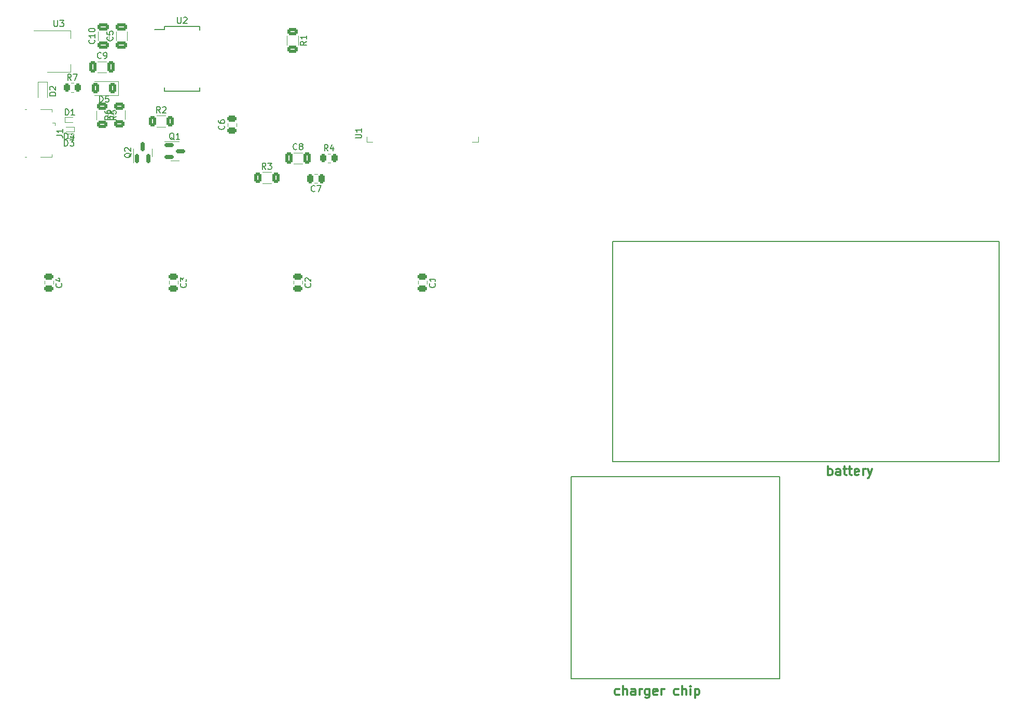
<source format=gto>
G04 #@! TF.GenerationSoftware,KiCad,Pcbnew,(6.0.7)*
G04 #@! TF.CreationDate,2022-09-30T23:13:53-04:00*
G04 #@! TF.ProjectId,SH_controller_p,53485f63-6f6e-4747-926f-6c6c65725f70,rev?*
G04 #@! TF.SameCoordinates,Original*
G04 #@! TF.FileFunction,Legend,Top*
G04 #@! TF.FilePolarity,Positive*
%FSLAX46Y46*%
G04 Gerber Fmt 4.6, Leading zero omitted, Abs format (unit mm)*
G04 Created by KiCad (PCBNEW (6.0.7)) date 2022-09-30 23:13:53*
%MOMM*%
%LPD*%
G01*
G04 APERTURE LIST*
G04 Aperture macros list*
%AMRoundRect*
0 Rectangle with rounded corners*
0 $1 Rounding radius*
0 $2 $3 $4 $5 $6 $7 $8 $9 X,Y pos of 4 corners*
0 Add a 4 corners polygon primitive as box body*
4,1,4,$2,$3,$4,$5,$6,$7,$8,$9,$2,$3,0*
0 Add four circle primitives for the rounded corners*
1,1,$1+$1,$2,$3*
1,1,$1+$1,$4,$5*
1,1,$1+$1,$6,$7*
1,1,$1+$1,$8,$9*
0 Add four rect primitives between the rounded corners*
20,1,$1+$1,$2,$3,$4,$5,0*
20,1,$1+$1,$4,$5,$6,$7,0*
20,1,$1+$1,$6,$7,$8,$9,0*
20,1,$1+$1,$8,$9,$2,$3,0*%
G04 Aperture macros list end*
%ADD10C,0.200000*%
%ADD11C,0.300000*%
%ADD12C,0.150000*%
%ADD13C,0.120000*%
%ADD14R,2.000000X0.900000*%
%ADD15R,0.900000X2.000000*%
%ADD16R,5.000000X5.000000*%
%ADD17RoundRect,0.250000X-0.262500X-0.450000X0.262500X-0.450000X0.262500X0.450000X-0.262500X0.450000X0*%
%ADD18C,1.800000*%
%ADD19R,0.360000X0.250000*%
%ADD20RoundRect,0.250000X-0.475000X0.250000X-0.475000X-0.250000X0.475000X-0.250000X0.475000X0.250000X0*%
%ADD21R,1.000000X0.800000*%
%ADD22RoundRect,0.250000X-0.312500X-0.625000X0.312500X-0.625000X0.312500X0.625000X-0.312500X0.625000X0*%
%ADD23R,2.000000X1.500000*%
%ADD24R,2.000000X3.800000*%
%ADD25RoundRect,0.250000X0.375000X0.625000X-0.375000X0.625000X-0.375000X-0.625000X0.375000X-0.625000X0*%
%ADD26RoundRect,0.250000X0.650000X-0.325000X0.650000X0.325000X-0.650000X0.325000X-0.650000X-0.325000X0*%
%ADD27RoundRect,0.250000X0.475000X-0.250000X0.475000X0.250000X-0.475000X0.250000X-0.475000X-0.250000X0*%
%ADD28RoundRect,0.250000X-0.625000X0.312500X-0.625000X-0.312500X0.625000X-0.312500X0.625000X0.312500X0*%
%ADD29RoundRect,0.150000X-0.587500X-0.150000X0.587500X-0.150000X0.587500X0.150000X-0.587500X0.150000X0*%
%ADD30RoundRect,0.150000X0.150000X-0.587500X0.150000X0.587500X-0.150000X0.587500X-0.150000X-0.587500X0*%
%ADD31R,1.750000X0.450000*%
%ADD32RoundRect,0.250000X-0.325000X-0.650000X0.325000X-0.650000X0.325000X0.650000X-0.325000X0.650000X0*%
%ADD33RoundRect,0.250000X0.625000X-0.312500X0.625000X0.312500X-0.625000X0.312500X-0.625000X-0.312500X0*%
%ADD34R,1.350000X0.400000*%
%ADD35C,1.450000*%
%ADD36O,1.900000X1.200000*%
%ADD37R,1.900000X1.500000*%
%ADD38R,1.900000X1.200000*%
%ADD39RoundRect,0.250000X0.250000X0.475000X-0.250000X0.475000X-0.250000X-0.475000X0.250000X-0.475000X0*%
%ADD40C,4.000000*%
%ADD41C,2.200000*%
G04 APERTURE END LIST*
D10*
X164000000Y-113000000D02*
X198000000Y-113000000D01*
X198000000Y-113000000D02*
X198000000Y-146000000D01*
X198000000Y-146000000D02*
X164000000Y-146000000D01*
X164000000Y-146000000D02*
X164000000Y-113000000D01*
X170790000Y-74520000D02*
X233790000Y-74520000D01*
X233790000Y-74520000D02*
X233790000Y-110520000D01*
X233790000Y-110520000D02*
X170790000Y-110520000D01*
X170790000Y-110520000D02*
X170790000Y-74520000D01*
D11*
X171821428Y-148607142D02*
X171678571Y-148678571D01*
X171392857Y-148678571D01*
X171250000Y-148607142D01*
X171178571Y-148535714D01*
X171107142Y-148392857D01*
X171107142Y-147964285D01*
X171178571Y-147821428D01*
X171250000Y-147750000D01*
X171392857Y-147678571D01*
X171678571Y-147678571D01*
X171821428Y-147750000D01*
X172464285Y-148678571D02*
X172464285Y-147178571D01*
X173107142Y-148678571D02*
X173107142Y-147892857D01*
X173035714Y-147750000D01*
X172892857Y-147678571D01*
X172678571Y-147678571D01*
X172535714Y-147750000D01*
X172464285Y-147821428D01*
X174464285Y-148678571D02*
X174464285Y-147892857D01*
X174392857Y-147750000D01*
X174250000Y-147678571D01*
X173964285Y-147678571D01*
X173821428Y-147750000D01*
X174464285Y-148607142D02*
X174321428Y-148678571D01*
X173964285Y-148678571D01*
X173821428Y-148607142D01*
X173750000Y-148464285D01*
X173750000Y-148321428D01*
X173821428Y-148178571D01*
X173964285Y-148107142D01*
X174321428Y-148107142D01*
X174464285Y-148035714D01*
X175178571Y-148678571D02*
X175178571Y-147678571D01*
X175178571Y-147964285D02*
X175250000Y-147821428D01*
X175321428Y-147750000D01*
X175464285Y-147678571D01*
X175607142Y-147678571D01*
X176750000Y-147678571D02*
X176750000Y-148892857D01*
X176678571Y-149035714D01*
X176607142Y-149107142D01*
X176464285Y-149178571D01*
X176250000Y-149178571D01*
X176107142Y-149107142D01*
X176750000Y-148607142D02*
X176607142Y-148678571D01*
X176321428Y-148678571D01*
X176178571Y-148607142D01*
X176107142Y-148535714D01*
X176035714Y-148392857D01*
X176035714Y-147964285D01*
X176107142Y-147821428D01*
X176178571Y-147750000D01*
X176321428Y-147678571D01*
X176607142Y-147678571D01*
X176750000Y-147750000D01*
X178035714Y-148607142D02*
X177892857Y-148678571D01*
X177607142Y-148678571D01*
X177464285Y-148607142D01*
X177392857Y-148464285D01*
X177392857Y-147892857D01*
X177464285Y-147750000D01*
X177607142Y-147678571D01*
X177892857Y-147678571D01*
X178035714Y-147750000D01*
X178107142Y-147892857D01*
X178107142Y-148035714D01*
X177392857Y-148178571D01*
X178750000Y-148678571D02*
X178750000Y-147678571D01*
X178750000Y-147964285D02*
X178821428Y-147821428D01*
X178892857Y-147750000D01*
X179035714Y-147678571D01*
X179178571Y-147678571D01*
X181464285Y-148607142D02*
X181321428Y-148678571D01*
X181035714Y-148678571D01*
X180892857Y-148607142D01*
X180821428Y-148535714D01*
X180750000Y-148392857D01*
X180750000Y-147964285D01*
X180821428Y-147821428D01*
X180892857Y-147750000D01*
X181035714Y-147678571D01*
X181321428Y-147678571D01*
X181464285Y-147750000D01*
X182107142Y-148678571D02*
X182107142Y-147178571D01*
X182750000Y-148678571D02*
X182750000Y-147892857D01*
X182678571Y-147750000D01*
X182535714Y-147678571D01*
X182321428Y-147678571D01*
X182178571Y-147750000D01*
X182107142Y-147821428D01*
X183464285Y-148678571D02*
X183464285Y-147678571D01*
X183464285Y-147178571D02*
X183392857Y-147250000D01*
X183464285Y-147321428D01*
X183535714Y-147250000D01*
X183464285Y-147178571D01*
X183464285Y-147321428D01*
X184178571Y-147678571D02*
X184178571Y-149178571D01*
X184178571Y-147750000D02*
X184321428Y-147678571D01*
X184607142Y-147678571D01*
X184750000Y-147750000D01*
X184821428Y-147821428D01*
X184892857Y-147964285D01*
X184892857Y-148392857D01*
X184821428Y-148535714D01*
X184750000Y-148607142D01*
X184607142Y-148678571D01*
X184321428Y-148678571D01*
X184178571Y-148607142D01*
X205894285Y-112768571D02*
X205894285Y-111268571D01*
X205894285Y-111840000D02*
X206037142Y-111768571D01*
X206322857Y-111768571D01*
X206465714Y-111840000D01*
X206537142Y-111911428D01*
X206608571Y-112054285D01*
X206608571Y-112482857D01*
X206537142Y-112625714D01*
X206465714Y-112697142D01*
X206322857Y-112768571D01*
X206037142Y-112768571D01*
X205894285Y-112697142D01*
X207894285Y-112768571D02*
X207894285Y-111982857D01*
X207822857Y-111840000D01*
X207680000Y-111768571D01*
X207394285Y-111768571D01*
X207251428Y-111840000D01*
X207894285Y-112697142D02*
X207751428Y-112768571D01*
X207394285Y-112768571D01*
X207251428Y-112697142D01*
X207180000Y-112554285D01*
X207180000Y-112411428D01*
X207251428Y-112268571D01*
X207394285Y-112197142D01*
X207751428Y-112197142D01*
X207894285Y-112125714D01*
X208394285Y-111768571D02*
X208965714Y-111768571D01*
X208608571Y-111268571D02*
X208608571Y-112554285D01*
X208680000Y-112697142D01*
X208822857Y-112768571D01*
X208965714Y-112768571D01*
X209251428Y-111768571D02*
X209822857Y-111768571D01*
X209465714Y-111268571D02*
X209465714Y-112554285D01*
X209537142Y-112697142D01*
X209680000Y-112768571D01*
X209822857Y-112768571D01*
X210894285Y-112697142D02*
X210751428Y-112768571D01*
X210465714Y-112768571D01*
X210322857Y-112697142D01*
X210251428Y-112554285D01*
X210251428Y-111982857D01*
X210322857Y-111840000D01*
X210465714Y-111768571D01*
X210751428Y-111768571D01*
X210894285Y-111840000D01*
X210965714Y-111982857D01*
X210965714Y-112125714D01*
X210251428Y-112268571D01*
X211608571Y-112768571D02*
X211608571Y-111768571D01*
X211608571Y-112054285D02*
X211680000Y-111911428D01*
X211751428Y-111840000D01*
X211894285Y-111768571D01*
X212037142Y-111768571D01*
X212394285Y-111768571D02*
X212751428Y-112768571D01*
X213108571Y-111768571D02*
X212751428Y-112768571D01*
X212608571Y-113125714D01*
X212537142Y-113197142D01*
X212394285Y-113268571D01*
D12*
X128762380Y-57661904D02*
X129571904Y-57661904D01*
X129667142Y-57614285D01*
X129714761Y-57566666D01*
X129762380Y-57471428D01*
X129762380Y-57280952D01*
X129714761Y-57185714D01*
X129667142Y-57138095D01*
X129571904Y-57090476D01*
X128762380Y-57090476D01*
X129762380Y-56090476D02*
X129762380Y-56661904D01*
X129762380Y-56376190D02*
X128762380Y-56376190D01*
X128905238Y-56471428D01*
X129000476Y-56566666D01*
X129048095Y-56661904D01*
X124293333Y-59762380D02*
X123960000Y-59286190D01*
X123721904Y-59762380D02*
X123721904Y-58762380D01*
X124102857Y-58762380D01*
X124198095Y-58810000D01*
X124245714Y-58857619D01*
X124293333Y-58952857D01*
X124293333Y-59095714D01*
X124245714Y-59190952D01*
X124198095Y-59238571D01*
X124102857Y-59286190D01*
X123721904Y-59286190D01*
X125150476Y-59095714D02*
X125150476Y-59762380D01*
X124912380Y-58714761D02*
X124674285Y-59429047D01*
X125293333Y-59429047D01*
X81414404Y-53922380D02*
X81414404Y-52922380D01*
X81652500Y-52922380D01*
X81795357Y-52970000D01*
X81890595Y-53065238D01*
X81938214Y-53160476D01*
X81985833Y-53350952D01*
X81985833Y-53493809D01*
X81938214Y-53684285D01*
X81890595Y-53779523D01*
X81795357Y-53874761D01*
X81652500Y-53922380D01*
X81414404Y-53922380D01*
X82938214Y-53922380D02*
X82366785Y-53922380D01*
X82652500Y-53922380D02*
X82652500Y-52922380D01*
X82557261Y-53065238D01*
X82462023Y-53160476D01*
X82366785Y-53208095D01*
X141737142Y-81446666D02*
X141784761Y-81494285D01*
X141832380Y-81637142D01*
X141832380Y-81732380D01*
X141784761Y-81875238D01*
X141689523Y-81970476D01*
X141594285Y-82018095D01*
X141403809Y-82065714D01*
X141260952Y-82065714D01*
X141070476Y-82018095D01*
X140975238Y-81970476D01*
X140880000Y-81875238D01*
X140832380Y-81732380D01*
X140832380Y-81637142D01*
X140880000Y-81494285D01*
X140927619Y-81446666D01*
X141832380Y-80494285D02*
X141832380Y-81065714D01*
X141832380Y-80780000D02*
X140832380Y-80780000D01*
X140975238Y-80875238D01*
X141070476Y-80970476D01*
X141118095Y-81065714D01*
X79852380Y-50738095D02*
X78852380Y-50738095D01*
X78852380Y-50500000D01*
X78900000Y-50357142D01*
X78995238Y-50261904D01*
X79090476Y-50214285D01*
X79280952Y-50166666D01*
X79423809Y-50166666D01*
X79614285Y-50214285D01*
X79709523Y-50261904D01*
X79804761Y-50357142D01*
X79852380Y-50500000D01*
X79852380Y-50738095D01*
X78947619Y-49785714D02*
X78900000Y-49738095D01*
X78852380Y-49642857D01*
X78852380Y-49404761D01*
X78900000Y-49309523D01*
X78947619Y-49261904D01*
X79042857Y-49214285D01*
X79138095Y-49214285D01*
X79280952Y-49261904D01*
X79852380Y-49833333D01*
X79852380Y-49214285D01*
X96913333Y-53562380D02*
X96580000Y-53086190D01*
X96341904Y-53562380D02*
X96341904Y-52562380D01*
X96722857Y-52562380D01*
X96818095Y-52610000D01*
X96865714Y-52657619D01*
X96913333Y-52752857D01*
X96913333Y-52895714D01*
X96865714Y-52990952D01*
X96818095Y-53038571D01*
X96722857Y-53086190D01*
X96341904Y-53086190D01*
X97294285Y-52657619D02*
X97341904Y-52610000D01*
X97437142Y-52562380D01*
X97675238Y-52562380D01*
X97770476Y-52610000D01*
X97818095Y-52657619D01*
X97865714Y-52752857D01*
X97865714Y-52848095D01*
X97818095Y-52990952D01*
X97246666Y-53562380D01*
X97865714Y-53562380D01*
X79578095Y-38442380D02*
X79578095Y-39251904D01*
X79625714Y-39347142D01*
X79673333Y-39394761D01*
X79768571Y-39442380D01*
X79959047Y-39442380D01*
X80054285Y-39394761D01*
X80101904Y-39347142D01*
X80149523Y-39251904D01*
X80149523Y-38442380D01*
X80530476Y-38442380D02*
X81149523Y-38442380D01*
X80816190Y-38823333D01*
X80959047Y-38823333D01*
X81054285Y-38870952D01*
X81101904Y-38918571D01*
X81149523Y-39013809D01*
X81149523Y-39251904D01*
X81101904Y-39347142D01*
X81054285Y-39394761D01*
X80959047Y-39442380D01*
X80673333Y-39442380D01*
X80578095Y-39394761D01*
X80530476Y-39347142D01*
X101097142Y-81446666D02*
X101144761Y-81494285D01*
X101192380Y-81637142D01*
X101192380Y-81732380D01*
X101144761Y-81875238D01*
X101049523Y-81970476D01*
X100954285Y-82018095D01*
X100763809Y-82065714D01*
X100620952Y-82065714D01*
X100430476Y-82018095D01*
X100335238Y-81970476D01*
X100240000Y-81875238D01*
X100192380Y-81732380D01*
X100192380Y-81637142D01*
X100240000Y-81494285D01*
X100287619Y-81446666D01*
X100192380Y-81113333D02*
X100192380Y-80494285D01*
X100573333Y-80827619D01*
X100573333Y-80684761D01*
X100620952Y-80589523D01*
X100668571Y-80541904D01*
X100763809Y-80494285D01*
X101001904Y-80494285D01*
X101097142Y-80541904D01*
X101144761Y-80589523D01*
X101192380Y-80684761D01*
X101192380Y-80970476D01*
X101144761Y-81065714D01*
X101097142Y-81113333D01*
X121417142Y-81446666D02*
X121464761Y-81494285D01*
X121512380Y-81637142D01*
X121512380Y-81732380D01*
X121464761Y-81875238D01*
X121369523Y-81970476D01*
X121274285Y-82018095D01*
X121083809Y-82065714D01*
X120940952Y-82065714D01*
X120750476Y-82018095D01*
X120655238Y-81970476D01*
X120560000Y-81875238D01*
X120512380Y-81732380D01*
X120512380Y-81637142D01*
X120560000Y-81494285D01*
X120607619Y-81446666D01*
X120607619Y-81065714D02*
X120560000Y-81018095D01*
X120512380Y-80922857D01*
X120512380Y-80684761D01*
X120560000Y-80589523D01*
X120607619Y-80541904D01*
X120702857Y-80494285D01*
X120798095Y-80494285D01*
X120940952Y-80541904D01*
X121512380Y-81113333D01*
X121512380Y-80494285D01*
X87001904Y-51782380D02*
X87001904Y-50782380D01*
X87240000Y-50782380D01*
X87382857Y-50830000D01*
X87478095Y-50925238D01*
X87525714Y-51020476D01*
X87573333Y-51210952D01*
X87573333Y-51353809D01*
X87525714Y-51544285D01*
X87478095Y-51639523D01*
X87382857Y-51734761D01*
X87240000Y-51782380D01*
X87001904Y-51782380D01*
X88478095Y-50782380D02*
X88001904Y-50782380D01*
X87954285Y-51258571D01*
X88001904Y-51210952D01*
X88097142Y-51163333D01*
X88335238Y-51163333D01*
X88430476Y-51210952D01*
X88478095Y-51258571D01*
X88525714Y-51353809D01*
X88525714Y-51591904D01*
X88478095Y-51687142D01*
X88430476Y-51734761D01*
X88335238Y-51782380D01*
X88097142Y-51782380D01*
X88001904Y-51734761D01*
X87954285Y-51687142D01*
X114133333Y-62762380D02*
X113800000Y-62286190D01*
X113561904Y-62762380D02*
X113561904Y-61762380D01*
X113942857Y-61762380D01*
X114038095Y-61810000D01*
X114085714Y-61857619D01*
X114133333Y-61952857D01*
X114133333Y-62095714D01*
X114085714Y-62190952D01*
X114038095Y-62238571D01*
X113942857Y-62286190D01*
X113561904Y-62286190D01*
X114466666Y-61762380D02*
X115085714Y-61762380D01*
X114752380Y-62143333D01*
X114895238Y-62143333D01*
X114990476Y-62190952D01*
X115038095Y-62238571D01*
X115085714Y-62333809D01*
X115085714Y-62571904D01*
X115038095Y-62667142D01*
X114990476Y-62714761D01*
X114895238Y-62762380D01*
X114609523Y-62762380D01*
X114514285Y-62714761D01*
X114466666Y-62667142D01*
X86157142Y-41632857D02*
X86204761Y-41680476D01*
X86252380Y-41823333D01*
X86252380Y-41918571D01*
X86204761Y-42061428D01*
X86109523Y-42156666D01*
X86014285Y-42204285D01*
X85823809Y-42251904D01*
X85680952Y-42251904D01*
X85490476Y-42204285D01*
X85395238Y-42156666D01*
X85300000Y-42061428D01*
X85252380Y-41918571D01*
X85252380Y-41823333D01*
X85300000Y-41680476D01*
X85347619Y-41632857D01*
X86252380Y-40680476D02*
X86252380Y-41251904D01*
X86252380Y-40966190D02*
X85252380Y-40966190D01*
X85395238Y-41061428D01*
X85490476Y-41156666D01*
X85538095Y-41251904D01*
X85252380Y-40061428D02*
X85252380Y-39966190D01*
X85300000Y-39870952D01*
X85347619Y-39823333D01*
X85442857Y-39775714D01*
X85633333Y-39728095D01*
X85871428Y-39728095D01*
X86061904Y-39775714D01*
X86157142Y-39823333D01*
X86204761Y-39870952D01*
X86252380Y-39966190D01*
X86252380Y-40061428D01*
X86204761Y-40156666D01*
X86157142Y-40204285D01*
X86061904Y-40251904D01*
X85871428Y-40299523D01*
X85633333Y-40299523D01*
X85442857Y-40251904D01*
X85347619Y-40204285D01*
X85300000Y-40156666D01*
X85252380Y-40061428D01*
X107307142Y-55646666D02*
X107354761Y-55694285D01*
X107402380Y-55837142D01*
X107402380Y-55932380D01*
X107354761Y-56075238D01*
X107259523Y-56170476D01*
X107164285Y-56218095D01*
X106973809Y-56265714D01*
X106830952Y-56265714D01*
X106640476Y-56218095D01*
X106545238Y-56170476D01*
X106450000Y-56075238D01*
X106402380Y-55932380D01*
X106402380Y-55837142D01*
X106450000Y-55694285D01*
X106497619Y-55646666D01*
X106402380Y-54789523D02*
X106402380Y-54980000D01*
X106450000Y-55075238D01*
X106497619Y-55122857D01*
X106640476Y-55218095D01*
X106830952Y-55265714D01*
X107211904Y-55265714D01*
X107307142Y-55218095D01*
X107354761Y-55170476D01*
X107402380Y-55075238D01*
X107402380Y-54884761D01*
X107354761Y-54789523D01*
X107307142Y-54741904D01*
X107211904Y-54694285D01*
X106973809Y-54694285D01*
X106878571Y-54741904D01*
X106830952Y-54789523D01*
X106783333Y-54884761D01*
X106783333Y-55075238D01*
X106830952Y-55170476D01*
X106878571Y-55218095D01*
X106973809Y-55265714D01*
X89702380Y-54116666D02*
X89226190Y-54450000D01*
X89702380Y-54688095D02*
X88702380Y-54688095D01*
X88702380Y-54307142D01*
X88750000Y-54211904D01*
X88797619Y-54164285D01*
X88892857Y-54116666D01*
X89035714Y-54116666D01*
X89130952Y-54164285D01*
X89178571Y-54211904D01*
X89226190Y-54307142D01*
X89226190Y-54688095D01*
X88702380Y-53211904D02*
X88702380Y-53688095D01*
X89178571Y-53735714D01*
X89130952Y-53688095D01*
X89083333Y-53592857D01*
X89083333Y-53354761D01*
X89130952Y-53259523D01*
X89178571Y-53211904D01*
X89273809Y-53164285D01*
X89511904Y-53164285D01*
X89607142Y-53211904D01*
X89654761Y-53259523D01*
X89702380Y-53354761D01*
X89702380Y-53592857D01*
X89654761Y-53688095D01*
X89607142Y-53735714D01*
X99184761Y-57937619D02*
X99089523Y-57890000D01*
X98994285Y-57794761D01*
X98851428Y-57651904D01*
X98756190Y-57604285D01*
X98660952Y-57604285D01*
X98708571Y-57842380D02*
X98613333Y-57794761D01*
X98518095Y-57699523D01*
X98470476Y-57509047D01*
X98470476Y-57175714D01*
X98518095Y-56985238D01*
X98613333Y-56890000D01*
X98708571Y-56842380D01*
X98899047Y-56842380D01*
X98994285Y-56890000D01*
X99089523Y-56985238D01*
X99137142Y-57175714D01*
X99137142Y-57509047D01*
X99089523Y-57699523D01*
X98994285Y-57794761D01*
X98899047Y-57842380D01*
X98708571Y-57842380D01*
X100089523Y-57842380D02*
X99518095Y-57842380D01*
X99803809Y-57842380D02*
X99803809Y-56842380D01*
X99708571Y-56985238D01*
X99613333Y-57080476D01*
X99518095Y-57128095D01*
X82393333Y-48212380D02*
X82060000Y-47736190D01*
X81821904Y-48212380D02*
X81821904Y-47212380D01*
X82202857Y-47212380D01*
X82298095Y-47260000D01*
X82345714Y-47307619D01*
X82393333Y-47402857D01*
X82393333Y-47545714D01*
X82345714Y-47640952D01*
X82298095Y-47688571D01*
X82202857Y-47736190D01*
X81821904Y-47736190D01*
X82726666Y-47212380D02*
X83393333Y-47212380D01*
X82964761Y-48212380D01*
X92187619Y-60135238D02*
X92140000Y-60230476D01*
X92044761Y-60325714D01*
X91901904Y-60468571D01*
X91854285Y-60563809D01*
X91854285Y-60659047D01*
X92092380Y-60611428D02*
X92044761Y-60706666D01*
X91949523Y-60801904D01*
X91759047Y-60849523D01*
X91425714Y-60849523D01*
X91235238Y-60801904D01*
X91140000Y-60706666D01*
X91092380Y-60611428D01*
X91092380Y-60420952D01*
X91140000Y-60325714D01*
X91235238Y-60230476D01*
X91425714Y-60182857D01*
X91759047Y-60182857D01*
X91949523Y-60230476D01*
X92044761Y-60325714D01*
X92092380Y-60420952D01*
X92092380Y-60611428D01*
X91187619Y-59801904D02*
X91140000Y-59754285D01*
X91092380Y-59659047D01*
X91092380Y-59420952D01*
X91140000Y-59325714D01*
X91187619Y-59278095D01*
X91282857Y-59230476D01*
X91378095Y-59230476D01*
X91520952Y-59278095D01*
X92092380Y-59849523D01*
X92092380Y-59230476D01*
X81281904Y-58962380D02*
X81281904Y-57962380D01*
X81520000Y-57962380D01*
X81662857Y-58010000D01*
X81758095Y-58105238D01*
X81805714Y-58200476D01*
X81853333Y-58390952D01*
X81853333Y-58533809D01*
X81805714Y-58724285D01*
X81758095Y-58819523D01*
X81662857Y-58914761D01*
X81520000Y-58962380D01*
X81281904Y-58962380D01*
X82186666Y-57962380D02*
X82805714Y-57962380D01*
X82472380Y-58343333D01*
X82615238Y-58343333D01*
X82710476Y-58390952D01*
X82758095Y-58438571D01*
X82805714Y-58533809D01*
X82805714Y-58771904D01*
X82758095Y-58867142D01*
X82710476Y-58914761D01*
X82615238Y-58962380D01*
X82329523Y-58962380D01*
X82234285Y-58914761D01*
X82186666Y-58867142D01*
X80777142Y-81446666D02*
X80824761Y-81494285D01*
X80872380Y-81637142D01*
X80872380Y-81732380D01*
X80824761Y-81875238D01*
X80729523Y-81970476D01*
X80634285Y-82018095D01*
X80443809Y-82065714D01*
X80300952Y-82065714D01*
X80110476Y-82018095D01*
X80015238Y-81970476D01*
X79920000Y-81875238D01*
X79872380Y-81732380D01*
X79872380Y-81637142D01*
X79920000Y-81494285D01*
X79967619Y-81446666D01*
X80205714Y-80589523D02*
X80872380Y-80589523D01*
X79824761Y-80827619D02*
X80539047Y-81065714D01*
X80539047Y-80446666D01*
X99718095Y-37922380D02*
X99718095Y-38731904D01*
X99765714Y-38827142D01*
X99813333Y-38874761D01*
X99908571Y-38922380D01*
X100099047Y-38922380D01*
X100194285Y-38874761D01*
X100241904Y-38827142D01*
X100289523Y-38731904D01*
X100289523Y-37922380D01*
X100718095Y-38017619D02*
X100765714Y-37970000D01*
X100860952Y-37922380D01*
X101099047Y-37922380D01*
X101194285Y-37970000D01*
X101241904Y-38017619D01*
X101289523Y-38112857D01*
X101289523Y-38208095D01*
X101241904Y-38350952D01*
X100670476Y-38922380D01*
X101289523Y-38922380D01*
X87263333Y-44567142D02*
X87215714Y-44614761D01*
X87072857Y-44662380D01*
X86977619Y-44662380D01*
X86834761Y-44614761D01*
X86739523Y-44519523D01*
X86691904Y-44424285D01*
X86644285Y-44233809D01*
X86644285Y-44090952D01*
X86691904Y-43900476D01*
X86739523Y-43805238D01*
X86834761Y-43710000D01*
X86977619Y-43662380D01*
X87072857Y-43662380D01*
X87215714Y-43710000D01*
X87263333Y-43757619D01*
X87739523Y-44662380D02*
X87930000Y-44662380D01*
X88025238Y-44614761D01*
X88072857Y-44567142D01*
X88168095Y-44424285D01*
X88215714Y-44233809D01*
X88215714Y-43852857D01*
X88168095Y-43757619D01*
X88120476Y-43710000D01*
X88025238Y-43662380D01*
X87834761Y-43662380D01*
X87739523Y-43710000D01*
X87691904Y-43757619D01*
X87644285Y-43852857D01*
X87644285Y-44090952D01*
X87691904Y-44186190D01*
X87739523Y-44233809D01*
X87834761Y-44281428D01*
X88025238Y-44281428D01*
X88120476Y-44233809D01*
X88168095Y-44186190D01*
X88215714Y-44090952D01*
X88862380Y-54056666D02*
X88386190Y-54390000D01*
X88862380Y-54628095D02*
X87862380Y-54628095D01*
X87862380Y-54247142D01*
X87910000Y-54151904D01*
X87957619Y-54104285D01*
X88052857Y-54056666D01*
X88195714Y-54056666D01*
X88290952Y-54104285D01*
X88338571Y-54151904D01*
X88386190Y-54247142D01*
X88386190Y-54628095D01*
X87862380Y-53199523D02*
X87862380Y-53390000D01*
X87910000Y-53485238D01*
X87957619Y-53532857D01*
X88100476Y-53628095D01*
X88290952Y-53675714D01*
X88671904Y-53675714D01*
X88767142Y-53628095D01*
X88814761Y-53580476D01*
X88862380Y-53485238D01*
X88862380Y-53294761D01*
X88814761Y-53199523D01*
X88767142Y-53151904D01*
X88671904Y-53104285D01*
X88433809Y-53104285D01*
X88338571Y-53151904D01*
X88290952Y-53199523D01*
X88243333Y-53294761D01*
X88243333Y-53485238D01*
X88290952Y-53580476D01*
X88338571Y-53628095D01*
X88433809Y-53675714D01*
X80002380Y-57213333D02*
X80716666Y-57213333D01*
X80859523Y-57260952D01*
X80954761Y-57356190D01*
X81002380Y-57499047D01*
X81002380Y-57594285D01*
X81002380Y-56213333D02*
X81002380Y-56784761D01*
X81002380Y-56499047D02*
X80002380Y-56499047D01*
X80145238Y-56594285D01*
X80240476Y-56689523D01*
X80288095Y-56784761D01*
X120792380Y-41876666D02*
X120316190Y-42210000D01*
X120792380Y-42448095D02*
X119792380Y-42448095D01*
X119792380Y-42067142D01*
X119840000Y-41971904D01*
X119887619Y-41924285D01*
X119982857Y-41876666D01*
X120125714Y-41876666D01*
X120220952Y-41924285D01*
X120268571Y-41971904D01*
X120316190Y-42067142D01*
X120316190Y-42448095D01*
X120792380Y-40924285D02*
X120792380Y-41495714D01*
X120792380Y-41210000D02*
X119792380Y-41210000D01*
X119935238Y-41305238D01*
X120030476Y-41400476D01*
X120078095Y-41495714D01*
X81299404Y-57872380D02*
X81299404Y-56872380D01*
X81537500Y-56872380D01*
X81680357Y-56920000D01*
X81775595Y-57015238D01*
X81823214Y-57110476D01*
X81870833Y-57300952D01*
X81870833Y-57443809D01*
X81823214Y-57634285D01*
X81775595Y-57729523D01*
X81680357Y-57824761D01*
X81537500Y-57872380D01*
X81299404Y-57872380D01*
X82727976Y-57205714D02*
X82727976Y-57872380D01*
X82489880Y-56824761D02*
X82251785Y-57539047D01*
X82870833Y-57539047D01*
X89117142Y-41136666D02*
X89164761Y-41184285D01*
X89212380Y-41327142D01*
X89212380Y-41422380D01*
X89164761Y-41565238D01*
X89069523Y-41660476D01*
X88974285Y-41708095D01*
X88783809Y-41755714D01*
X88640952Y-41755714D01*
X88450476Y-41708095D01*
X88355238Y-41660476D01*
X88260000Y-41565238D01*
X88212380Y-41422380D01*
X88212380Y-41327142D01*
X88260000Y-41184285D01*
X88307619Y-41136666D01*
X88212380Y-40231904D02*
X88212380Y-40708095D01*
X88688571Y-40755714D01*
X88640952Y-40708095D01*
X88593333Y-40612857D01*
X88593333Y-40374761D01*
X88640952Y-40279523D01*
X88688571Y-40231904D01*
X88783809Y-40184285D01*
X89021904Y-40184285D01*
X89117142Y-40231904D01*
X89164761Y-40279523D01*
X89212380Y-40374761D01*
X89212380Y-40612857D01*
X89164761Y-40708095D01*
X89117142Y-40755714D01*
X119213333Y-59467142D02*
X119165714Y-59514761D01*
X119022857Y-59562380D01*
X118927619Y-59562380D01*
X118784761Y-59514761D01*
X118689523Y-59419523D01*
X118641904Y-59324285D01*
X118594285Y-59133809D01*
X118594285Y-58990952D01*
X118641904Y-58800476D01*
X118689523Y-58705238D01*
X118784761Y-58610000D01*
X118927619Y-58562380D01*
X119022857Y-58562380D01*
X119165714Y-58610000D01*
X119213333Y-58657619D01*
X119784761Y-58990952D02*
X119689523Y-58943333D01*
X119641904Y-58895714D01*
X119594285Y-58800476D01*
X119594285Y-58752857D01*
X119641904Y-58657619D01*
X119689523Y-58610000D01*
X119784761Y-58562380D01*
X119975238Y-58562380D01*
X120070476Y-58610000D01*
X120118095Y-58657619D01*
X120165714Y-58752857D01*
X120165714Y-58800476D01*
X120118095Y-58895714D01*
X120070476Y-58943333D01*
X119975238Y-58990952D01*
X119784761Y-58990952D01*
X119689523Y-59038571D01*
X119641904Y-59086190D01*
X119594285Y-59181428D01*
X119594285Y-59371904D01*
X119641904Y-59467142D01*
X119689523Y-59514761D01*
X119784761Y-59562380D01*
X119975238Y-59562380D01*
X120070476Y-59514761D01*
X120118095Y-59467142D01*
X120165714Y-59371904D01*
X120165714Y-59181428D01*
X120118095Y-59086190D01*
X120070476Y-59038571D01*
X119975238Y-58990952D01*
X122163333Y-66337142D02*
X122115714Y-66384761D01*
X121972857Y-66432380D01*
X121877619Y-66432380D01*
X121734761Y-66384761D01*
X121639523Y-66289523D01*
X121591904Y-66194285D01*
X121544285Y-66003809D01*
X121544285Y-65860952D01*
X121591904Y-65670476D01*
X121639523Y-65575238D01*
X121734761Y-65480000D01*
X121877619Y-65432380D01*
X121972857Y-65432380D01*
X122115714Y-65480000D01*
X122163333Y-65527619D01*
X122496666Y-65432380D02*
X123163333Y-65432380D01*
X122734761Y-66432380D01*
D13*
X130590000Y-58275000D02*
X131590000Y-58275000D01*
X148830000Y-58275000D02*
X147830000Y-58275000D01*
X148830000Y-57495000D02*
X148830000Y-58275000D01*
X130590000Y-57495000D02*
X130590000Y-58275000D01*
X124232936Y-61695000D02*
X124687064Y-61695000D01*
X124232936Y-60225000D02*
X124687064Y-60225000D01*
X81352500Y-54270000D02*
X81352500Y-55070000D01*
X82652500Y-54270000D02*
X81352500Y-54270000D01*
X82652500Y-55070000D02*
X81352500Y-55070000D01*
X140435000Y-81018748D02*
X140435000Y-81541252D01*
X138965000Y-81018748D02*
X138965000Y-81541252D01*
X76900000Y-48500000D02*
X76900000Y-51050000D01*
X78500000Y-48500000D02*
X78500000Y-51050000D01*
X78500000Y-48500000D02*
X76900000Y-48500000D01*
X96352936Y-55840000D02*
X97807064Y-55840000D01*
X96352936Y-54020000D02*
X97807064Y-54020000D01*
X82250000Y-40080000D02*
X82250000Y-41340000D01*
X78490000Y-46900000D02*
X82250000Y-46900000D01*
X76240000Y-40080000D02*
X82250000Y-40080000D01*
X82250000Y-46900000D02*
X82250000Y-45640000D01*
X98325000Y-81018748D02*
X98325000Y-81541252D01*
X99795000Y-81018748D02*
X99795000Y-81541252D01*
X120115000Y-81018748D02*
X120115000Y-81541252D01*
X118645000Y-81018748D02*
X118645000Y-81541252D01*
X90025000Y-48375000D02*
X86140000Y-48375000D01*
X90025000Y-50645000D02*
X90025000Y-48375000D01*
X86140000Y-50645000D02*
X90025000Y-50645000D01*
X113572936Y-65040000D02*
X115027064Y-65040000D01*
X113572936Y-63220000D02*
X115027064Y-63220000D01*
X86740000Y-41701252D02*
X86740000Y-40278748D01*
X88560000Y-41701252D02*
X88560000Y-40278748D01*
X107895000Y-55741252D02*
X107895000Y-55218748D01*
X109365000Y-55741252D02*
X109365000Y-55218748D01*
X86520000Y-53222936D02*
X86520000Y-54677064D01*
X88340000Y-53222936D02*
X88340000Y-54677064D01*
X99280000Y-61350000D02*
X98630000Y-61350000D01*
X99280000Y-61350000D02*
X99930000Y-61350000D01*
X99280000Y-58230000D02*
X97605000Y-58230000D01*
X99280000Y-58230000D02*
X99930000Y-58230000D01*
X82332936Y-50145000D02*
X82787064Y-50145000D01*
X82332936Y-48675000D02*
X82787064Y-48675000D01*
X92480000Y-60040000D02*
X92480000Y-61715000D01*
X95600000Y-60040000D02*
X95600000Y-60690000D01*
X92480000Y-60040000D02*
X92480000Y-59390000D01*
X95600000Y-60040000D02*
X95600000Y-59390000D01*
X81520000Y-56910000D02*
X82820000Y-56910000D01*
X82820000Y-57710000D02*
X82820000Y-56910000D01*
X81520000Y-57710000D02*
X82820000Y-57710000D01*
X79475000Y-81018748D02*
X79475000Y-81541252D01*
X78005000Y-81018748D02*
X78005000Y-81541252D01*
D12*
X97605000Y-39970000D02*
X96005000Y-39970000D01*
X103355000Y-50045000D02*
X103355000Y-49395000D01*
X97605000Y-39395000D02*
X103355000Y-39395000D01*
X97605000Y-50045000D02*
X97605000Y-49395000D01*
X97605000Y-39395000D02*
X97605000Y-39970000D01*
X103355000Y-39395000D02*
X103355000Y-40045000D01*
X97605000Y-50045000D02*
X103355000Y-50045000D01*
D13*
X86718748Y-46970000D02*
X88141252Y-46970000D01*
X86718748Y-45150000D02*
X88141252Y-45150000D01*
X89320000Y-54617064D02*
X89320000Y-53162936D01*
X91140000Y-54617064D02*
X91140000Y-53162936D01*
X79200000Y-52980000D02*
X79200000Y-53430000D01*
X77350000Y-60780000D02*
X79200000Y-60780000D01*
X74800000Y-60780000D02*
X75050000Y-60780000D01*
X79750000Y-55180000D02*
X79300000Y-55180000D01*
X79200000Y-60780000D02*
X79200000Y-60330000D01*
X77350000Y-52980000D02*
X79200000Y-52980000D01*
X79750000Y-55180000D02*
X79750000Y-55630000D01*
X74800000Y-52980000D02*
X75050000Y-52980000D01*
X117610000Y-40982936D02*
X117610000Y-42437064D01*
X119430000Y-40982936D02*
X119430000Y-42437064D01*
X81537500Y-55820000D02*
X82837500Y-55820000D01*
X81537500Y-56620000D02*
X82837500Y-56620000D01*
X82837500Y-56620000D02*
X82837500Y-55820000D01*
X89700000Y-41681252D02*
X89700000Y-40258748D01*
X91520000Y-41681252D02*
X91520000Y-40258748D01*
X118668748Y-60050000D02*
X120091252Y-60050000D01*
X118668748Y-61870000D02*
X120091252Y-61870000D01*
X122591252Y-65035000D02*
X122068748Y-65035000D01*
X122591252Y-63565000D02*
X122068748Y-63565000D01*
%LPC*%
D14*
X131210000Y-40140000D03*
X131210000Y-41410000D03*
X131210000Y-42680000D03*
X131210000Y-43950000D03*
X131210000Y-45220000D03*
X131210000Y-46490000D03*
X131210000Y-47760000D03*
X131210000Y-49030000D03*
X131210000Y-50300000D03*
X131210000Y-51570000D03*
X131210000Y-52840000D03*
X131210000Y-54110000D03*
X131210000Y-55380000D03*
X131210000Y-56650000D03*
D15*
X133995000Y-57650000D03*
X135265000Y-57650000D03*
X136535000Y-57650000D03*
X137805000Y-57650000D03*
X139075000Y-57650000D03*
X140345000Y-57650000D03*
X141615000Y-57650000D03*
X142885000Y-57650000D03*
X144155000Y-57650000D03*
X145425000Y-57650000D03*
D14*
X148210000Y-56650000D03*
X148210000Y-55380000D03*
X148210000Y-54110000D03*
X148210000Y-52840000D03*
X148210000Y-51570000D03*
X148210000Y-50300000D03*
X148210000Y-49030000D03*
X148210000Y-47760000D03*
X148210000Y-46490000D03*
X148210000Y-45220000D03*
X148210000Y-43950000D03*
X148210000Y-42680000D03*
X148210000Y-41410000D03*
X148210000Y-40140000D03*
D16*
X138710000Y-47640000D03*
D17*
X123547500Y-60960000D03*
X125372500Y-60960000D03*
D18*
X153845000Y-63755000D03*
X156385000Y-63755000D03*
X153845000Y-61215000D03*
X156425000Y-61215000D03*
X153845000Y-58675000D03*
X156425000Y-58675000D03*
X153845000Y-56135000D03*
X156385000Y-56135000D03*
X153845000Y-53595000D03*
X156425000Y-53595000D03*
X153845000Y-51055000D03*
X156425000Y-51055000D03*
X153845000Y-48515000D03*
X156385000Y-48515000D03*
X153845000Y-45975000D03*
X156385000Y-45975000D03*
D19*
X81732500Y-54670000D03*
X82572500Y-54670000D03*
D20*
X139700000Y-80330000D03*
X139700000Y-82230000D03*
D21*
X77700000Y-49050000D03*
X77700000Y-50950000D03*
D22*
X95617500Y-54930000D03*
X98542500Y-54930000D03*
D23*
X77190000Y-41190000D03*
X77190000Y-43490000D03*
D24*
X83490000Y-43490000D03*
D23*
X77190000Y-45790000D03*
D20*
X99060000Y-80330000D03*
X99060000Y-82230000D03*
X119380000Y-80330000D03*
X119380000Y-82230000D03*
D25*
X89140000Y-49510000D03*
X86340000Y-49510000D03*
D22*
X112837500Y-64130000D03*
X115762500Y-64130000D03*
D26*
X87650000Y-42465000D03*
X87650000Y-39515000D03*
D27*
X108630000Y-56430000D03*
X108630000Y-54530000D03*
D28*
X87430000Y-52487500D03*
X87430000Y-55412500D03*
D29*
X98342500Y-58840000D03*
X98342500Y-60740000D03*
X100217500Y-59790000D03*
D17*
X81647500Y-49410000D03*
X83472500Y-49410000D03*
D30*
X93090000Y-60977500D03*
X94990000Y-60977500D03*
X94040000Y-59102500D03*
D19*
X82440000Y-57310000D03*
X81600000Y-57310000D03*
D20*
X78740000Y-80330000D03*
X78740000Y-82230000D03*
D31*
X96880000Y-40495000D03*
X96880000Y-41145000D03*
X96880000Y-41795000D03*
X96880000Y-42445000D03*
X96880000Y-43095000D03*
X96880000Y-43745000D03*
X96880000Y-44395000D03*
X96880000Y-45045000D03*
X96880000Y-45695000D03*
X96880000Y-46345000D03*
X96880000Y-46995000D03*
X96880000Y-47645000D03*
X96880000Y-48295000D03*
X96880000Y-48945000D03*
X104080000Y-48945000D03*
X104080000Y-48295000D03*
X104080000Y-47645000D03*
X104080000Y-46995000D03*
X104080000Y-46345000D03*
X104080000Y-45695000D03*
X104080000Y-45045000D03*
X104080000Y-44395000D03*
X104080000Y-43745000D03*
X104080000Y-43095000D03*
X104080000Y-42445000D03*
X104080000Y-41795000D03*
X104080000Y-41145000D03*
X104080000Y-40495000D03*
D32*
X85955000Y-46060000D03*
X88905000Y-46060000D03*
D33*
X90230000Y-55352500D03*
X90230000Y-52427500D03*
D34*
X78900000Y-55580000D03*
X78900000Y-56230000D03*
X78900000Y-56880000D03*
X78900000Y-57530000D03*
X78900000Y-58180000D03*
D35*
X78900000Y-59380000D03*
D36*
X76200000Y-53380000D03*
D35*
X78900000Y-54380000D03*
D37*
X76200000Y-57880000D03*
D38*
X76200000Y-59780000D03*
X76200000Y-53980000D03*
D37*
X76200000Y-55880000D03*
D36*
X76200000Y-60380000D03*
D28*
X118520000Y-40247500D03*
X118520000Y-43172500D03*
D19*
X82457500Y-56220000D03*
X81617500Y-56220000D03*
D26*
X90610000Y-42445000D03*
X90610000Y-39495000D03*
D32*
X117905000Y-60960000D03*
X120855000Y-60960000D03*
D39*
X123280000Y-64300000D03*
X121380000Y-64300000D03*
D40*
X104140000Y-84795000D03*
D41*
X101600000Y-79715000D03*
X107950000Y-82255000D03*
D40*
X83820000Y-84795000D03*
D41*
X81280000Y-79715000D03*
X87630000Y-82255000D03*
D40*
X124460000Y-84795000D03*
D41*
X121920000Y-79715000D03*
X128270000Y-82255000D03*
D40*
X144780000Y-84795000D03*
D41*
X142240000Y-79715000D03*
X148590000Y-82255000D03*
M02*

</source>
